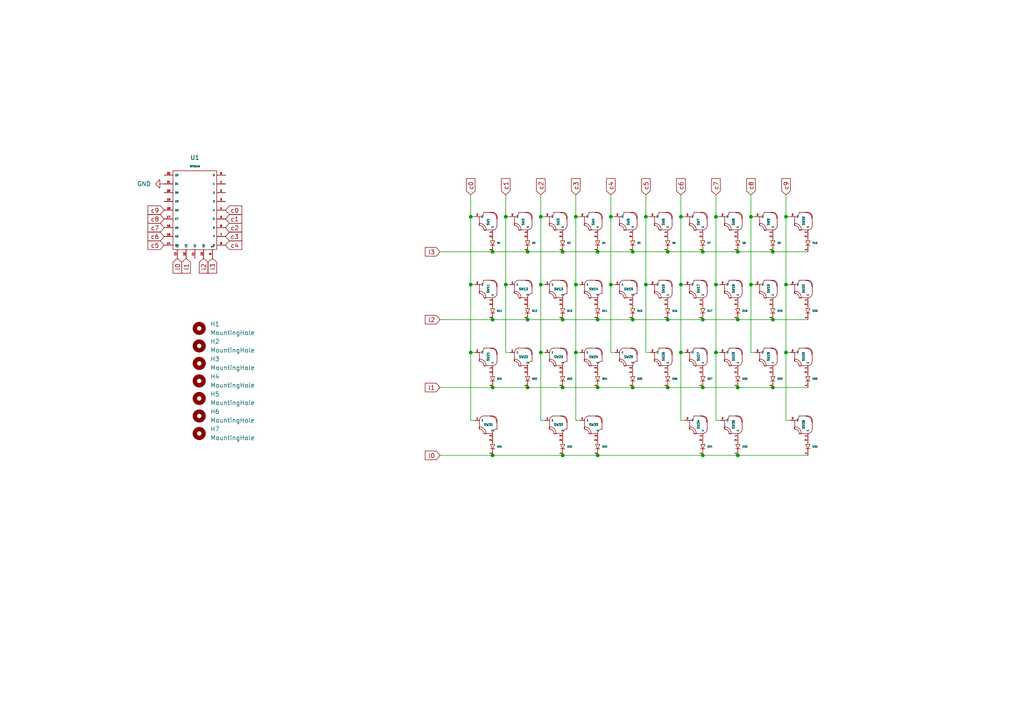
<source format=kicad_sch>
(kicad_sch (version 20211123) (generator eeschema)
  (paper "A4")
  (lib_symbols
    (symbol "Mechanical:MountingHole" (pin_names (offset 1.016))
      (property "Reference" "H" (at 0 5.08 0))
      (property "Value" "MountingHole" (at 0 3.175 0))
      (symbol "MountingHole_0_1"
        (circle (center 0 0) (radius 1.27) (stroke (width 1.27)))
      )
    )
    (symbol "keyb:Diode"
      (property "Reference" "D" (at -0.635 -1.27 0))
      (symbol "Diode_0_1"
        (polyline (pts (xy -1.27 0) (xy -0.635 0)))
        (polyline (pts (xy 0.635 0) (xy 1.27 0)))
        (polyline (pts (xy -0.635 0.635) (xy -0.635 -0.635) (xy -0.635 0)))
        (polyline (pts (xy -0.635 0) (xy 0.635 0.635) (xy 0.635 -0.635) (xy -0.635 0)) (fill (type background)))
      )
      (symbol "Diode_1_1"
        (pin bidirectional line (at -2.54 0 0) (length 1.27) (name "") (number "1"))
        (pin bidirectional line (at 2.54 0 180) (length 1.27) (name "") (number "2"))
      )
    )
    (symbol "keyb:RP2040"
      (property "Reference" "U" (at 0 1.27 0))
      (property "Value" "RP2040" (at 0 -2.54 0))
      (symbol "RP2040_0_1"
        (rectangle (start -6.35 11.43) (end 6.35 -11.43))
      )
      (symbol "RP2040_1_1"
        (pin bidirectional line (at 8.89 10.16 180) (length 2.54) (name "0") (number "0"))
        (pin bidirectional line (at 8.89 7.62 180) (length 2.54) (name "1") (number "1"))
        (pin bidirectional line (at 2.54 -13.97 90) (length 2.54) (name "10") (number "10"))
        (pin bidirectional line (at 0 -13.97 90) (length 2.54) (name "11") (number "11"))
        (pin bidirectional line (at -2.54 -13.97 90) (length 2.54) (name "12") (number "12"))
        (pin bidirectional line (at -5.08 -13.97 90) (length 2.54) (name "13") (number "13"))
        (pin bidirectional line (at -8.89 -10.16 0) (length 2.54) (name "14") (number "14"))
        (pin bidirectional line (at -8.89 -7.62 0) (length 2.54) (name "15") (number "15"))
        (pin bidirectional line (at -8.89 -5.08 0) (length 2.54) (name "16") (number "16"))
        (pin bidirectional line (at -8.89 -2.54 0) (length 2.54) (name "17") (number "17"))
        (pin bidirectional line (at -8.89 0 0) (length 2.54) (name "18") (number "18"))
        (pin bidirectional line (at -8.89 2.54 0) (length 2.54) (name "19") (number "19"))
        (pin bidirectional line (at 8.89 5.08 180) (length 2.54) (name "2") (number "2"))
        (pin bidirectional line (at -8.89 5.08 0) (length 2.54) (name "20") (number "20"))
        (pin bidirectional line (at -8.89 7.62 0) (length 2.54) (name "21") (number "21"))
        (pin bidirectional line (at -8.89 10.16 0) (length 2.54) (name "22") (number "22"))
        (pin bidirectional line (at 8.89 2.54 180) (length 2.54) (name "3") (number "3"))
        (pin bidirectional line (at 8.89 0 180) (length 2.54) (name "4") (number "4"))
        (pin bidirectional line (at 8.89 -2.54 180) (length 2.54) (name "5") (number "5"))
        (pin bidirectional line (at 8.89 -5.08 180) (length 2.54) (name "6") (number "6"))
        (pin bidirectional line (at 8.89 -7.62 180) (length 2.54) (name "7") (number "7"))
        (pin bidirectional line (at 8.89 -10.16 180) (length 2.54) (name "8") (number "8"))
        (pin bidirectional line (at 5.08 -13.97 90) (length 2.54) (name "9") (number "9"))
      )
    )
    (symbol "keyb:key"
      (property "Reference" "SW" (at 0 0 0))
      (symbol "key_0_1"
        (arc (start -2.54 -0.635) (mid -2.6715 -0.9525) (end -2.54 -1.27))
        (arc (start -1.27 -2.54) (mid -1.642 -1.642) (end -2.54 -1.27))
        (arc (start -1.27 -2.54) (mid -0.9525 -2.6715) (end -0.635 -2.54))
        (arc (start -1.27 2.54) (mid -2.168 2.168) (end -2.54 1.27))
        (arc (start -0.635 -2.54) (mid -1.1935 -1.1935) (end -2.54 -0.635))
        (polyline (pts (xy -2.54 -1.27) (xy -2.54 1.27)))
        (polyline (pts (xy -1.27 -2.54) (xy 1.27 -2.54)))
        (polyline (pts (xy 1.27 2.54) (xy -1.27 2.54)))
        (polyline (pts (xy 2.54 -1.27) (xy 2.54 1.27)))
        (arc (start 0.635 2.54) (mid 0.9525 1.7735) (end 1.27 2.54))
        (arc (start 2.54 -1.27) (mid 0.372 -0.372) (end 1.27 -2.54))
        (arc (start 2.54 0.635) (mid 3.887 3.887) (end 0.635 2.54))
        (arc (start 2.54 1.27) (mid 3.438 3.438) (end 1.27 2.54))
        (arc (start 2.54 1.27) (mid 1.7735 0.9525) (end 2.54 0.635))
      )
      (symbol "key_1_1"
        (pin bidirectional line (at -3.81 1.27 0) (length 1.27) (name "1") (number "1"))
        (pin bidirectional line (at 1.27 -3.81 90) (length 1.27) (name "2") (number "2"))
      )
    )
    (symbol "power:GND" (power) (pin_names (offset 0))
      (property "Value" "GND" (at 0 -3.81 0))
      (symbol "GND_0_1"
        (polyline (pts (xy 0 0) (xy 0 -1.27) (xy 1.27 -1.27) (xy 0 -2.54) (xy -1.27 -1.27) (xy 0 -1.27)))
      )
      (symbol "GND_1_1"
        (pin power_in line (at 0 0 270) (length 0) hide (name "GND") (number "1"))
      )
    )
  )
  (junction (at 207.645 102.235))
  (junction (at 213.995 132.08))
  (junction (at 142.875 73.025))
  (junction (at 163.195 92.71))
  (junction (at 203.835 112.395))
  (junction (at 224.155 92.71))
  (junction (at 177.165 82.55))
  (junction (at 224.155 112.395))
  (junction (at 136.525 62.865))
  (junction (at 217.805 62.865))
  (junction (at 183.515 73.025))
  (junction (at 167.005 82.55))
  (junction (at 197.485 82.55))
  (junction (at 136.525 82.55))
  (junction (at 203.835 73.025))
  (junction (at 177.165 62.865))
  (junction (at 183.515 92.71))
  (junction (at 197.485 102.235))
  (junction (at 207.645 62.865))
  (junction (at 167.005 102.235))
  (junction (at 213.995 92.71))
  (junction (at 146.685 82.55))
  (junction (at 146.685 62.865))
  (junction (at 156.845 62.865))
  (junction (at 163.195 112.395))
  (junction (at 207.645 82.55))
  (junction (at 153.035 92.71))
  (junction (at 193.675 73.025))
  (junction (at 227.965 82.55))
  (junction (at 173.355 73.025))
  (junction (at 193.675 112.395))
  (junction (at 183.515 112.395))
  (junction (at 156.845 102.235))
  (junction (at 163.195 73.025))
  (junction (at 173.355 132.08))
  (junction (at 153.035 112.395))
  (junction (at 227.965 62.865))
  (junction (at 173.355 92.71))
  (junction (at 142.875 132.08))
  (junction (at 227.965 102.235))
  (junction (at 203.835 132.08))
  (junction (at 213.995 112.395))
  (junction (at 203.835 92.71))
  (junction (at 187.325 82.55))
  (junction (at 153.035 73.025))
  (junction (at 167.005 62.865))
  (junction (at 213.995 73.025))
  (junction (at 217.805 82.55))
  (junction (at 142.875 112.395))
  (junction (at 224.155 73.025))
  (junction (at 163.195 132.08))
  (junction (at 156.845 82.55))
  (junction (at 173.355 112.395))
  (junction (at 136.525 102.235))
  (junction (at 187.325 62.865))
  (junction (at 142.875 92.71))
  (junction (at 193.675 92.71))
  (junction (at 197.485 62.865))
  (wire (pts (xy 227.965 62.865) (xy 227.965 82.55)))
  (wire (pts (xy 167.005 102.235) (xy 168.275 102.235)))
  (wire (pts (xy 213.995 92.71) (xy 203.835 92.71)))
  (wire (pts (xy 153.035 73.025) (xy 163.195 73.025)))
  (wire (pts (xy 224.155 112.395) (xy 234.315 112.395)))
  (wire (pts (xy 163.195 73.025) (xy 173.355 73.025)))
  (wire (pts (xy 156.845 82.55) (xy 156.845 102.235)))
  (wire (pts (xy 127.635 73.025) (xy 142.875 73.025)))
  (wire (pts (xy 197.485 62.865) (xy 198.755 62.865)))
  (wire (pts (xy 197.485 82.55) (xy 198.755 82.55)))
  (wire (pts (xy 203.835 92.71) (xy 193.675 92.71)))
  (wire (pts (xy 156.845 121.92) (xy 158.115 121.92)))
  (wire (pts (xy 187.325 82.55) (xy 188.595 82.55)))
  (wire (pts (xy 197.485 102.235) (xy 198.755 102.235)))
  (wire (pts (xy 136.525 102.235) (xy 136.525 121.92)))
  (wire (pts (xy 227.965 56.515) (xy 227.965 62.865)))
  (wire (pts (xy 173.355 112.395) (xy 183.515 112.395)))
  (wire (pts (xy 234.315 92.71) (xy 224.155 92.71)))
  (wire (pts (xy 187.325 56.515) (xy 187.325 62.865)))
  (wire (pts (xy 187.325 102.235) (xy 188.595 102.235)))
  (wire (pts (xy 156.845 62.865) (xy 158.115 62.865)))
  (wire (pts (xy 136.525 121.92) (xy 137.795 121.92)))
  (wire (pts (xy 183.515 73.025) (xy 193.675 73.025)))
  (wire (pts (xy 207.645 102.235) (xy 208.915 102.235)))
  (wire (pts (xy 156.845 102.235) (xy 158.115 102.235)))
  (wire (pts (xy 193.675 112.395) (xy 203.835 112.395)))
  (wire (pts (xy 207.645 56.515) (xy 207.645 62.865)))
  (wire (pts (xy 146.685 102.235) (xy 147.955 102.235)))
  (wire (pts (xy 224.155 92.71) (xy 213.995 92.71)))
  (wire (pts (xy 142.875 132.08) (xy 163.195 132.08)))
  (wire (pts (xy 207.645 62.865) (xy 207.645 82.55)))
  (wire (pts (xy 187.325 82.55) (xy 187.325 102.235)))
  (wire (pts (xy 183.515 92.71) (xy 173.355 92.71)))
  (wire (pts (xy 146.685 62.865) (xy 146.685 82.55)))
  (wire (pts (xy 217.805 62.865) (xy 219.075 62.865)))
  (wire (pts (xy 217.805 82.55) (xy 219.075 82.55)))
  (wire (pts (xy 163.195 92.71) (xy 153.035 92.71)))
  (wire (pts (xy 213.995 112.395) (xy 224.155 112.395)))
  (wire (pts (xy 183.515 112.395) (xy 193.675 112.395)))
  (wire (pts (xy 167.005 121.92) (xy 168.275 121.92)))
  (wire (pts (xy 163.195 132.08) (xy 173.355 132.08)))
  (wire (pts (xy 197.485 121.92) (xy 198.755 121.92)))
  (wire (pts (xy 153.035 92.71) (xy 142.875 92.71)))
  (wire (pts (xy 167.005 102.235) (xy 167.005 121.92)))
  (wire (pts (xy 167.005 56.515) (xy 167.005 62.865)))
  (wire (pts (xy 227.965 102.235) (xy 229.235 102.235)))
  (wire (pts (xy 156.845 82.55) (xy 158.115 82.55)))
  (wire (pts (xy 217.805 82.55) (xy 217.805 102.235)))
  (wire (pts (xy 203.835 132.08) (xy 213.995 132.08)))
  (wire (pts (xy 217.805 56.515) (xy 217.805 62.865)))
  (wire (pts (xy 136.525 62.865) (xy 137.795 62.865)))
  (wire (pts (xy 207.645 102.235) (xy 207.645 121.92)))
  (wire (pts (xy 207.645 82.55) (xy 207.645 102.235)))
  (wire (pts (xy 146.685 56.515) (xy 146.685 62.865)))
  (wire (pts (xy 136.525 82.55) (xy 136.525 102.235)))
  (wire (pts (xy 213.995 73.025) (xy 224.155 73.025)))
  (wire (pts (xy 173.355 132.08) (xy 203.835 132.08)))
  (wire (pts (xy 156.845 62.865) (xy 156.845 82.55)))
  (wire (pts (xy 203.835 112.395) (xy 213.995 112.395)))
  (wire (pts (xy 207.645 82.55) (xy 208.915 82.55)))
  (wire (pts (xy 167.005 62.865) (xy 168.275 62.865)))
  (wire (pts (xy 173.355 73.025) (xy 183.515 73.025)))
  (wire (pts (xy 227.965 82.55) (xy 227.965 102.235)))
  (wire (pts (xy 146.685 62.865) (xy 147.955 62.865)))
  (wire (pts (xy 156.845 102.235) (xy 156.845 121.92)))
  (wire (pts (xy 193.675 92.71) (xy 183.515 92.71)))
  (wire (pts (xy 177.165 62.865) (xy 177.165 82.55)))
  (wire (pts (xy 153.035 112.395) (xy 142.875 112.395)))
  (wire (pts (xy 177.165 102.235) (xy 178.435 102.235)))
  (wire (pts (xy 187.325 62.865) (xy 188.595 62.865)))
  (wire (pts (xy 197.485 102.235) (xy 197.485 121.92)))
  (wire (pts (xy 146.685 82.55) (xy 146.685 102.235)))
  (wire (pts (xy 217.805 62.865) (xy 217.805 82.55)))
  (wire (pts (xy 193.675 73.025) (xy 203.835 73.025)))
  (wire (pts (xy 213.995 132.08) (xy 234.315 132.08)))
  (wire (pts (xy 207.645 121.92) (xy 208.915 121.92)))
  (wire (pts (xy 142.875 92.71) (xy 127.635 92.71)))
  (wire (pts (xy 203.835 73.025) (xy 213.995 73.025)))
  (wire (pts (xy 153.035 112.395) (xy 163.195 112.395)))
  (wire (pts (xy 227.965 121.92) (xy 229.235 121.92)))
  (wire (pts (xy 177.165 62.865) (xy 178.435 62.865)))
  (wire (pts (xy 167.005 82.55) (xy 168.275 82.55)))
  (wire (pts (xy 177.165 56.515) (xy 177.165 62.865)))
  (wire (pts (xy 156.845 56.515) (xy 156.845 62.865)))
  (wire (pts (xy 227.965 82.55) (xy 229.235 82.55)))
  (wire (pts (xy 173.355 92.71) (xy 163.195 92.71)))
  (wire (pts (xy 177.165 82.55) (xy 178.435 82.55)))
  (wire (pts (xy 217.805 102.235) (xy 219.075 102.235)))
  (wire (pts (xy 197.485 62.865) (xy 197.485 82.55)))
  (wire (pts (xy 197.485 82.55) (xy 197.485 102.235)))
  (wire (pts (xy 224.155 73.025) (xy 234.315 73.025)))
  (wire (pts (xy 163.195 112.395) (xy 173.355 112.395)))
  (wire (pts (xy 197.485 56.515) (xy 197.485 62.865)))
  (wire (pts (xy 167.005 82.55) (xy 167.005 102.235)))
  (wire (pts (xy 167.005 62.865) (xy 167.005 82.55)))
  (wire (pts (xy 177.165 82.55) (xy 177.165 102.235)))
  (wire (pts (xy 136.525 56.515) (xy 136.525 62.865)))
  (wire (pts (xy 146.685 82.55) (xy 147.955 82.55)))
  (wire (pts (xy 207.645 62.865) (xy 208.915 62.865)))
  (wire (pts (xy 187.325 62.865) (xy 187.325 82.55)))
  (wire (pts (xy 142.875 73.025) (xy 153.035 73.025)))
  (wire (pts (xy 127.635 132.08) (xy 142.875 132.08)))
  (wire (pts (xy 136.525 102.235) (xy 137.795 102.235)))
  (wire (pts (xy 142.875 112.395) (xy 127.635 112.395)))
  (wire (pts (xy 227.965 62.865) (xy 229.235 62.865)))
  (wire (pts (xy 227.965 102.235) (xy 227.965 121.92)))
  (wire (pts (xy 136.525 62.865) (xy 136.525 82.55)))
  (wire (pts (xy 136.525 82.55) (xy 137.795 82.55)))
  (global_label "c6" (shape input) (at 197.485 56.515 90) (property "Références Inter-Feuilles" "${INTERSHEET_REFS}" (effects hide)))
  (global_label "c9" (shape input) (at 227.965 56.515 90) (property "Références Inter-Feuilles" "${INTERSHEET_REFS}" (effects hide)))
  (global_label "c1" (shape input) (at 65.405 63.5 0) (property "Références Inter-Feuilles" "${INTERSHEET_REFS}" (effects hide)))
  (global_label "l2" (shape input) (at 127.635 92.71 180) (property "Références Inter-Feuilles" "${INTERSHEET_REFS}" (effects hide)))
  (global_label "l3" (shape input) (at 61.595 74.93 270) (property "Références Inter-Feuilles" "${INTERSHEET_REFS}" (effects hide)))
  (global_label "c1" (shape input) (at 146.685 56.515 90) (property "Références Inter-Feuilles" "${INTERSHEET_REFS}" (effects hide)))
  (global_label "l1" (shape input) (at 53.975 74.93 270) (property "Références Inter-Feuilles" "${INTERSHEET_REFS}" (effects hide)))
  (global_label "l2" (shape input) (at 59.055 74.93 270) (property "Références Inter-Feuilles" "${INTERSHEET_REFS}" (effects hide)))
  (global_label "c2" (shape input) (at 65.405 66.04 0) (property "Références Inter-Feuilles" "${INTERSHEET_REFS}" (effects hide)))
  (global_label "c0" (shape input) (at 136.525 56.515 90) (property "Références Inter-Feuilles" "${INTERSHEET_REFS}" (effects hide)))
  (global_label "c5" (shape input) (at 187.325 56.515 90) (property "Références Inter-Feuilles" "${INTERSHEET_REFS}" (effects hide)))
  (global_label "c3" (shape input) (at 65.405 68.58 0) (property "Références Inter-Feuilles" "${INTERSHEET_REFS}" (effects hide)))
  (global_label "c3" (shape input) (at 167.005 56.515 90) (property "Références Inter-Feuilles" "${INTERSHEET_REFS}" (effects hide)))
  (global_label "c9" (shape input) (at 47.625 60.96 180) (property "Références Inter-Feuilles" "${INTERSHEET_REFS}" (effects hide)))
  (global_label "c8" (shape input) (at 217.805 56.515 90) (property "Références Inter-Feuilles" "${INTERSHEET_REFS}" (effects hide)))
  (global_label "c0" (shape input) (at 65.405 60.96 0) (property "Références Inter-Feuilles" "${INTERSHEET_REFS}" (effects hide)))
  (global_label "c7" (shape input) (at 207.645 56.515 90) (property "Références Inter-Feuilles" "${INTERSHEET_REFS}" (effects hide)))
  (global_label "l1" (shape input) (at 127.635 112.395 180) (property "Références Inter-Feuilles" "${INTERSHEET_REFS}" (effects hide)))
  (global_label "c4" (shape input) (at 177.165 56.515 90) (property "Références Inter-Feuilles" "${INTERSHEET_REFS}" (effects hide)))
  (global_label "c6" (shape input) (at 47.625 68.58 180) (property "Références Inter-Feuilles" "${INTERSHEET_REFS}" (effects hide)))
  (global_label "c8" (shape input) (at 47.625 63.5 180) (property "Références Inter-Feuilles" "${INTERSHEET_REFS}" (effects hide)))
  (global_label "l3" (shape input) (at 127.635 73.025 180) (property "Références Inter-Feuilles" "${INTERSHEET_REFS}" (effects hide)))
  (global_label "l0" (shape input) (at 127.635 132.08 180) (property "Références Inter-Feuilles" "${INTERSHEET_REFS}" (effects hide)))
  (global_label "c7" (shape input) (at 47.625 66.04 180) (property "Références Inter-Feuilles" "${INTERSHEET_REFS}" (effects hide)))
  (global_label "c2" (shape input) (at 156.845 56.515 90) (property "Références Inter-Feuilles" "${INTERSHEET_REFS}" (effects hide)))
  (global_label "l0" (shape input) (at 51.435 74.93 270) (property "Références Inter-Feuilles" "${INTERSHEET_REFS}" (effects hide)))
  (global_label "c4" (shape input) (at 65.405 71.12 0) (property "Références Inter-Feuilles" "${INTERSHEET_REFS}" (effects hide)))
  (global_label "c5" (shape input) (at 47.625 71.12 180) (property "Références Inter-Feuilles" "${INTERSHEET_REFS}" (effects hide)))
  (symbol (lib_id "Mechanical:MountingHole") (at 57.785 120.65 0) (unit 1)
    (property "Reference" "H6" (at 60.96 119.3799 0) (effects (justify left)))
    (property "Value" "MountingHole" (at 60.96 121.9199 0) (effects (justify left)))
    (property "Footprint" "MountingHole:MountingHole_2.2mm_M2" (effects hide))
  )
  (symbol (lib_id "keyb:key") (at 141.605 64.135 270) (mirror x) (unit 1)
    (property "Reference" "SW1" (at 141.605 65.405 0) (effects (font (size 0.65 0.65)) (justify left)))
    (property "Value" "key" (effects hide))
    (property "Footprint" "keyb-libs:MX-5pin" (effects hide))
  )
  (symbol (lib_id "keyb:key") (at 202.565 103.505 270) (mirror x) (unit 1)
    (property "Reference" "SW27" (at 202.565 104.775 0) (effects (font (size 0.65 0.65)) (justify left)))
    (property "Value" "key" (effects hide))
    (property "Footprint" "keyb-libs:MX-5pin" (effects hide))
  )
  (symbol (lib_id "keyb:Diode") (at 153.035 90.17 90) (unit 1)
    (property "Reference" "D12" (at 154.305 90.17 90) (effects (font (size 0.5 0.5)) (justify right)))
    (property "Value" "Diode" (effects hide))
    (property "Footprint" "keyb-libs:Diode" (effects hide))
  )
  (symbol (lib_id "keyb:Diode") (at 173.355 70.485 90) (unit 1)
    (property "Reference" "D4" (at 174.625 70.485 90) (effects (font (size 0.5 0.5)) (justify right)))
    (property "Value" "Diode" (effects hide))
    (property "Footprint" "keyb-libs:Diode" (effects hide))
  )
  (symbol (lib_id "keyb:Diode") (at 213.995 129.54 90) (unit 1)
    (property "Reference" "D35" (at 215.265 129.54 90) (effects (font (size 0.5 0.5)) (justify right)))
    (property "Value" "Diode" (effects hide))
    (property "Footprint" "keyb-libs:Diode" (effects hide))
  )
  (symbol (lib_id "keyb:Diode") (at 234.315 129.54 90) (unit 1)
    (property "Reference" "D36" (at 235.585 129.54 90) (effects (font (size 0.5 0.5)) (justify right)))
    (property "Value" "Diode" (effects hide))
    (property "Footprint" "keyb-libs:Diode" (effects hide))
  )
  (symbol (lib_id "power:GND") (at 47.625 53.34 270) (unit 1)
    (property "Reference" "#PWR01" (effects hide))
    (property "Value" "GND" (at 43.815 53.3399 90) (effects (justify right)))
  )
  (symbol (lib_id "Mechanical:MountingHole") (at 57.785 125.73 0) (unit 1)
    (property "Reference" "H7" (at 60.96 124.4599 0) (effects (justify left)))
    (property "Value" "MountingHole" (at 60.96 126.9999 0) (effects (justify left)))
    (property "Footprint" "MountingHole:MountingHole_2.2mm_M2" (effects hide))
  )
  (symbol (lib_id "keyb:key") (at 172.085 123.19 0) (unit 1)
    (property "Reference" "SW33" (at 170.815 123.19 0) (effects (font (size 0.65 0.65)) (justify left)))
    (property "Value" "key" (effects hide))
    (property "Footprint" "keyb-libs:MX-5pin_stab" (effects hide))
  )
  (symbol (lib_id "keyb:key") (at 151.765 64.135 270) (mirror x) (unit 1)
    (property "Reference" "SW2" (at 151.765 65.405 0) (effects (font (size 0.65 0.65)) (justify left)))
    (property "Value" "key" (effects hide))
    (property "Footprint" "keyb-libs:MX-5pin" (effects hide))
  )
  (symbol (lib_id "keyb:key") (at 192.405 103.505 270) (mirror x) (unit 1)
    (property "Reference" "SW26" (at 192.405 104.775 0) (effects (font (size 0.65 0.65)) (justify left)))
    (property "Value" "key" (effects hide))
    (property "Footprint" "keyb-libs:MX-5pin" (effects hide))
  )
  (symbol (lib_id "keyb:Diode") (at 173.355 129.54 90) (unit 1)
    (property "Reference" "D33" (at 174.625 129.54 90) (effects (font (size 0.5 0.5)) (justify right)))
    (property "Value" "Diode" (effects hide))
    (property "Footprint" "keyb-libs:Diode" (effects hide))
  )
  (symbol (lib_id "keyb:Diode") (at 183.515 109.855 90) (unit 1)
    (property "Reference" "D25" (at 184.785 109.855 90) (effects (font (size 0.5 0.5)) (justify right)))
    (property "Value" "Diode" (effects hide))
    (property "Footprint" "keyb-libs:Diode" (effects hide))
  )
  (symbol (lib_id "keyb:Diode") (at 203.835 90.17 90) (unit 1)
    (property "Reference" "D17" (at 205.105 90.17 90) (effects (font (size 0.5 0.5)) (justify right)))
    (property "Value" "Diode" (effects hide))
    (property "Footprint" "keyb-libs:Diode" (effects hide))
  )
  (symbol (lib_id "keyb:key") (at 151.765 103.505 0) (unit 1)
    (property "Reference" "SW22" (at 150.495 103.505 0) (effects (font (size 0.65 0.65)) (justify left)))
    (property "Value" "key" (effects hide))
    (property "Footprint" "keyb-libs:MX-5pin" (effects hide))
  )
  (symbol (lib_id "keyb:key") (at 172.085 64.135 270) (mirror x) (unit 1)
    (property "Reference" "SW4" (at 172.085 65.405 0) (effects (font (size 0.65 0.65)) (justify left)))
    (property "Value" "key" (effects hide))
    (property "Footprint" "keyb-libs:MX-5pin" (effects hide))
  )
  (symbol (lib_id "keyb:key") (at 233.045 83.82 270) (mirror x) (unit 1)
    (property "Reference" "SW20" (at 233.045 85.09 0) (effects (font (size 0.65 0.65)) (justify left)))
    (property "Value" "key" (effects hide))
    (property "Footprint" "keyb-libs:MX-5pin" (effects hide))
  )
  (symbol (lib_id "keyb:key") (at 212.725 64.135 270) (mirror x) (unit 1)
    (property "Reference" "SW8" (at 212.725 65.405 0) (effects (font (size 0.65 0.65)) (justify left)))
    (property "Value" "key" (effects hide))
    (property "Footprint" "keyb-libs:MX-5pin" (effects hide))
  )
  (symbol (lib_id "Mechanical:MountingHole") (at 57.785 95.25 0) (unit 1)
    (property "Reference" "H1" (at 60.96 93.9799 0) (effects (justify left)))
    (property "Value" "MountingHole" (at 60.96 96.5199 0) (effects (justify left)))
    (property "Footprint" "MountingHole:MountingHole_2.2mm_M2" (effects hide))
  )
  (symbol (lib_id "keyb:key") (at 202.565 83.82 270) (mirror x) (unit 1)
    (property "Reference" "SW17" (at 202.565 85.09 0) (effects (font (size 0.65 0.65)) (justify left)))
    (property "Value" "key" (effects hide))
    (property "Footprint" "keyb-libs:MX-5pin" (effects hide))
  )
  (symbol (lib_id "keyb:Diode") (at 183.515 70.485 90) (unit 1)
    (property "Reference" "D5" (at 184.785 70.485 90) (effects (font (size 0.5 0.5)) (justify right)))
    (property "Value" "Diode" (effects hide))
    (property "Footprint" "keyb-libs:Diode" (effects hide))
  )
  (symbol (lib_id "keyb:Diode") (at 163.195 109.855 90) (unit 1)
    (property "Reference" "D23" (at 164.465 109.855 90) (effects (font (size 0.5 0.5)) (justify right)))
    (property "Value" "Diode" (effects hide))
    (property "Footprint" "keyb-libs:Diode" (effects hide))
  )
  (symbol (lib_id "keyb:Diode") (at 163.195 90.17 90) (unit 1)
    (property "Reference" "D13" (at 164.465 90.17 90) (effects (font (size 0.5 0.5)) (justify right)))
    (property "Value" "Diode" (effects hide))
    (property "Footprint" "keyb-libs:Diode" (effects hide))
  )
  (symbol (lib_id "keyb:Diode") (at 203.835 109.855 90) (unit 1)
    (property "Reference" "D27" (at 205.105 109.855 90) (effects (font (size 0.5 0.5)) (justify right)))
    (property "Value" "Diode" (effects hide))
    (property "Footprint" "keyb-libs:Diode" (effects hide))
  )
  (symbol (lib_id "keyb:Diode") (at 173.355 90.17 90) (unit 1)
    (property "Reference" "D14" (at 174.625 90.17 90) (effects (font (size 0.5 0.5)) (justify right)))
    (property "Value" "Diode" (effects hide))
    (property "Footprint" "keyb-libs:Diode" (effects hide))
  )
  (symbol (lib_id "Mechanical:MountingHole") (at 57.785 110.49 0) (unit 1)
    (property "Reference" "H4" (at 60.96 109.2199 0) (effects (justify left)))
    (property "Value" "MountingHole" (at 60.96 111.7599 0) (effects (justify left)))
    (property "Footprint" "MountingHole:MountingHole_2.2mm_M2" (effects hide))
  )
  (symbol (lib_id "keyb:key") (at 151.765 83.82 0) (unit 1)
    (property "Reference" "SW12" (at 150.495 83.82 0) (effects (font (size 0.65 0.65)) (justify left)))
    (property "Value" "key" (effects hide))
    (property "Footprint" "keyb-libs:MX-5pin" (effects hide))
  )
  (symbol (lib_id "keyb:key") (at 222.885 83.82 270) (mirror x) (unit 1)
    (property "Reference" "SW19" (at 222.885 85.09 0) (effects (font (size 0.65 0.65)) (justify left)))
    (property "Value" "key" (effects hide))
    (property "Footprint" "keyb-libs:MX-5pin" (effects hide))
  )
  (symbol (lib_id "keyb:key") (at 233.045 103.505 270) (mirror x) (unit 1)
    (property "Reference" "SW30" (at 233.045 104.775 0) (effects (font (size 0.65 0.65)) (justify left)))
    (property "Value" "key" (effects hide))
    (property "Footprint" "keyb-libs:MX-5pin" (effects hide))
  )
  (symbol (lib_id "keyb:key") (at 212.725 103.505 270) (mirror x) (unit 1)
    (property "Reference" "SW28" (at 212.725 104.775 0) (effects (font (size 0.65 0.65)) (justify left)))
    (property "Value" "key" (effects hide))
    (property "Footprint" "keyb-libs:MX-5pin" (effects hide))
  )
  (symbol (lib_id "keyb:key") (at 222.885 103.505 270) (mirror x) (unit 1)
    (property "Reference" "SW29" (at 222.885 104.775 0) (effects (font (size 0.65 0.65)) (justify left)))
    (property "Value" "key" (effects hide))
    (property "Footprint" "keyb-libs:MX-5pin" (effects hide))
  )
  (symbol (lib_id "keyb:key") (at 233.045 123.19 270) (mirror x) (unit 1)
    (property "Reference" "SW36" (at 233.045 124.46 0) (effects (font (size 0.65 0.65)) (justify left)))
    (property "Value" "key" (effects hide))
    (property "Footprint" "keyb-libs:MX-5pin" (effects hide))
  )
  (symbol (lib_id "keyb:key") (at 192.405 64.135 270) (mirror x) (unit 1)
    (property "Reference" "SW6" (at 192.405 65.405 0) (effects (font (size 0.65 0.65)) (justify left)))
    (property "Value" "key" (effects hide))
    (property "Footprint" "keyb-libs:MX-5pin" (effects hide))
  )
  (symbol (lib_id "keyb:Diode") (at 173.355 109.855 90) (unit 1)
    (property "Reference" "D24" (at 174.625 109.855 90) (effects (font (size 0.5 0.5)) (justify right)))
    (property "Value" "Diode" (effects hide))
    (property "Footprint" "keyb-libs:Diode" (effects hide))
  )
  (symbol (lib_id "keyb:Diode") (at 153.035 70.485 90) (unit 1)
    (property "Reference" "D2" (at 154.305 70.485 90) (effects (font (size 0.5 0.5)) (justify right)))
    (property "Value" "Diode" (effects hide))
    (property "Footprint" "keyb-libs:Diode" (effects hide))
  )
  (symbol (lib_id "keyb:key") (at 141.605 83.82 270) (mirror x) (unit 1)
    (property "Reference" "SW11" (at 141.605 85.09 0) (effects (font (size 0.65 0.65)) (justify left)))
    (property "Value" "key" (effects hide))
    (property "Footprint" "keyb-libs:MX-5pin" (effects hide))
  )
  (symbol (lib_id "keyb:Diode") (at 153.035 109.855 90) (unit 1)
    (property "Reference" "D22" (at 154.305 109.855 90) (effects (font (size 0.5 0.5)) (justify right)))
    (property "Value" "Diode" (effects hide))
    (property "Footprint" "keyb-libs:Diode" (effects hide))
  )
  (symbol (lib_id "keyb:Diode") (at 234.315 70.485 90) (unit 1)
    (property "Reference" "D10" (at 235.585 70.485 90) (effects (font (size 0.5 0.5)) (justify right)))
    (property "Value" "Diode" (effects hide))
    (property "Footprint" "keyb-libs:Diode" (effects hide))
  )
  (symbol (lib_id "keyb:key") (at 222.885 64.135 270) (mirror x) (unit 1)
    (property "Reference" "SW9" (at 222.885 65.405 0) (effects (font (size 0.65 0.65)) (justify left)))
    (property "Value" "key" (effects hide))
    (property "Footprint" "keyb-libs:MX-5pin" (effects hide))
  )
  (symbol (lib_id "keyb:Diode") (at 234.315 109.855 90) (unit 1)
    (property "Reference" "D30" (at 235.585 109.855 90) (effects (font (size 0.5 0.5)) (justify right)))
    (property "Value" "Diode" (effects hide))
    (property "Footprint" "keyb-libs:Diode" (effects hide))
  )
  (symbol (lib_id "keyb:key") (at 182.245 83.82 0) (unit 1)
    (property "Reference" "SW15" (at 180.975 83.82 0) (effects (font (size 0.65 0.65)) (justify left)))
    (property "Value" "key" (effects hide))
    (property "Footprint" "keyb-libs:MX-5pin" (effects hide))
  )
  (symbol (lib_id "keyb:key") (at 161.925 64.135 270) (mirror x) (unit 1)
    (property "Reference" "SW3" (at 161.925 65.405 0) (effects (font (size 0.65 0.65)) (justify left)))
    (property "Value" "key" (effects hide))
    (property "Footprint" "keyb-libs:MX-5pin" (effects hide))
  )
  (symbol (lib_id "keyb:key") (at 192.405 83.82 270) (mirror x) (unit 1)
    (property "Reference" "SW16" (at 192.405 85.09 0) (effects (font (size 0.65 0.65)) (justify left)))
    (property "Value" "key" (effects hide))
    (property "Footprint" "keyb-libs:MX-5pin" (effects hide))
  )
  (symbol (lib_id "keyb:Diode") (at 142.875 109.855 90) (unit 1)
    (property "Reference" "D21" (at 144.145 109.855 90) (effects (font (size 0.5 0.5)) (justify right)))
    (property "Value" "Diode" (effects hide))
    (property "Footprint" "keyb-libs:Diode" (effects hide))
  )
  (symbol (lib_id "keyb:Diode") (at 213.995 90.17 90) (unit 1)
    (property "Reference" "D18" (at 215.265 90.17 90) (effects (font (size 0.5 0.5)) (justify right)))
    (property "Value" "Diode" (effects hide))
    (property "Footprint" "keyb-libs:Diode" (effects hide))
  )
  (symbol (lib_id "keyb:Diode") (at 224.155 70.485 90) (unit 1)
    (property "Reference" "D9" (at 225.425 70.485 90) (effects (font (size 0.5 0.5)) (justify right)))
    (property "Value" "Diode" (effects hide))
    (property "Footprint" "keyb-libs:Diode" (effects hide))
  )
  (symbol (lib_id "keyb:key") (at 172.085 83.82 0) (unit 1)
    (property "Reference" "SW14" (at 170.815 83.82 0) (effects (font (size 0.65 0.65)) (justify left)))
    (property "Value" "key" (effects hide))
    (property "Footprint" "keyb-libs:MX-5pin" (effects hide))
  )
  (symbol (lib_id "keyb:Diode") (at 193.675 70.485 90) (unit 1)
    (property "Reference" "D6" (at 194.945 70.485 90) (effects (font (size 0.5 0.5)) (justify right)))
    (property "Value" "Diode" (effects hide))
    (property "Footprint" "keyb-libs:Diode" (effects hide))
  )
  (symbol (lib_id "keyb:Diode") (at 142.875 129.54 90) (unit 1)
    (property "Reference" "D31" (at 144.145 129.54 90) (effects (font (size 0.5 0.5)) (justify right)))
    (property "Value" "Diode" (effects hide))
    (property "Footprint" "keyb-libs:Diode" (effects hide))
  )
  (symbol (lib_id "keyb:Diode") (at 203.835 129.54 90) (unit 1)
    (property "Reference" "D34" (at 205.105 129.54 90) (effects (font (size 0.5 0.5)) (justify right)))
    (property "Value" "Diode" (effects hide))
    (property "Footprint" "keyb-libs:Diode" (effects hide))
  )
  (symbol (lib_id "Mechanical:MountingHole") (at 57.785 115.57 0) (unit 1)
    (property "Reference" "H5" (at 60.96 114.2999 0) (effects (justify left)))
    (property "Value" "MountingHole" (at 60.96 116.8399 0) (effects (justify left)))
    (property "Footprint" "MountingHole:MountingHole_2.2mm_M2" (effects hide))
  )
  (symbol (lib_id "keyb:Diode") (at 163.195 70.485 90) (unit 1)
    (property "Reference" "D3" (at 164.465 70.485 90) (effects (font (size 0.5 0.5)) (justify right)))
    (property "Value" "Diode" (effects hide))
    (property "Footprint" "keyb-libs:Diode" (effects hide))
  )
  (symbol (lib_id "keyb:Diode") (at 183.515 90.17 90) (unit 1)
    (property "Reference" "D15" (at 184.785 90.17 90) (effects (font (size 0.5 0.5)) (justify right)))
    (property "Value" "Diode" (effects hide))
    (property "Footprint" "keyb-libs:Diode" (effects hide))
  )
  (symbol (lib_id "keyb:Diode") (at 142.875 90.17 90) (unit 1)
    (property "Reference" "D11" (at 144.145 90.17 90) (effects (font (size 0.5 0.5)) (justify right)))
    (property "Value" "Diode" (effects hide))
    (property "Footprint" "keyb-libs:Diode" (effects hide))
  )
  (symbol (lib_id "Mechanical:MountingHole") (at 57.785 100.33 0) (unit 1)
    (property "Reference" "H2" (at 60.96 99.0599 0) (effects (justify left)))
    (property "Value" "MountingHole" (at 60.96 101.5999 0) (effects (justify left)))
    (property "Footprint" "MountingHole:MountingHole_2.2mm_M2" (effects hide))
  )
  (symbol (lib_id "keyb:key") (at 202.565 64.135 270) (mirror x) (unit 1)
    (property "Reference" "SW7" (at 202.565 65.405 0) (effects (font (size 0.65 0.65)) (justify left)))
    (property "Value" "key" (effects hide))
    (property "Footprint" "keyb-libs:MX-5pin" (effects hide))
  )
  (symbol (lib_id "keyb:key") (at 212.725 83.82 270) (mirror x) (unit 1)
    (property "Reference" "SW18" (at 212.725 85.09 0) (effects (font (size 0.65 0.65)) (justify left)))
    (property "Value" "key" (effects hide))
    (property "Footprint" "keyb-libs:MX-5pin" (effects hide))
  )
  (symbol (lib_id "keyb:key") (at 182.245 64.135 270) (mirror x) (unit 1)
    (property "Reference" "SW5" (at 182.245 65.405 0) (effects (font (size 0.65 0.65)) (justify left)))
    (property "Value" "key" (effects hide))
    (property "Footprint" "keyb-libs:MX-5pin" (effects hide))
  )
  (symbol (lib_id "keyb:key") (at 212.725 123.19 270) (mirror x) (unit 1)
    (property "Reference" "SW35" (at 212.725 124.46 0) (effects (font (size 0.65 0.65)) (justify left)))
    (property "Value" "key" (effects hide))
    (property "Footprint" "keyb-libs:MX-5pin" (effects hide))
  )
  (symbol (lib_id "keyb:RP2040") (at 56.515 60.96 0) (unit 1)
    (property "Reference" "U1" (at 56.515 45.72 0))
    (property "Value" "RP2040" (at 56.515 48.26 0) (effects (font (size 0.5 0.5))))
    (property "Footprint" "keyb-libs:RP2040" (effects hide))
  )
  (symbol (lib_id "keyb:Diode") (at 193.675 90.17 90) (unit 1)
    (property "Reference" "D16" (at 194.945 90.17 90) (effects (font (size 0.5 0.5)) (justify right)))
    (property "Value" "Diode" (effects hide))
    (property "Footprint" "keyb-libs:Diode" (effects hide))
  )
  (symbol (lib_id "keyb:Diode") (at 163.195 129.54 90) (unit 1)
    (property "Reference" "D32" (at 164.465 129.54 90) (effects (font (size 0.5 0.5)) (justify right)))
    (property "Value" "Diode" (effects hide))
    (property "Footprint" "keyb-libs:Diode" (effects hide))
  )
  (symbol (lib_id "keyb:Diode") (at 234.315 90.17 90) (unit 1)
    (property "Reference" "D20" (at 235.585 90.17 90) (effects (font (size 0.5 0.5)) (justify right)))
    (property "Value" "Diode" (effects hide))
    (property "Footprint" "keyb-libs:Diode" (effects hide))
  )
  (symbol (lib_id "keyb:key") (at 172.085 103.505 0) (unit 1)
    (property "Reference" "SW24" (at 170.815 103.505 0) (effects (font (size 0.65 0.65)) (justify left)))
    (property "Value" "key" (effects hide))
    (property "Footprint" "keyb-libs:MX-5pin" (effects hide))
  )
  (symbol (lib_id "keyb:key") (at 141.605 103.505 270) (mirror x) (unit 1)
    (property "Reference" "SW21" (at 141.605 104.775 0) (effects (font (size 0.65 0.65)) (justify left)))
    (property "Value" "key" (effects hide))
    (property "Footprint" "keyb-libs:MX-5pin" (effects hide))
  )
  (symbol (lib_id "keyb:Diode") (at 224.155 109.855 90) (unit 1)
    (property "Reference" "D29" (at 225.425 109.855 90) (effects (font (size 0.5 0.5)) (justify right)))
    (property "Value" "Diode" (effects hide))
    (property "Footprint" "keyb-libs:Diode" (effects hide))
  )
  (symbol (lib_id "keyb:key") (at 161.925 103.505 0) (unit 1)
    (property "Reference" "SW23" (at 160.655 103.505 0) (effects (font (size 0.65 0.65)) (justify left)))
    (property "Value" "key" (effects hide))
    (property "Footprint" "keyb-libs:MX-5pin" (effects hide))
  )
  (symbol (lib_id "Mechanical:MountingHole") (at 57.785 105.41 0) (unit 1)
    (property "Reference" "H3" (at 60.96 104.1399 0) (effects (justify left)))
    (property "Value" "MountingHole" (at 60.96 106.6799 0) (effects (justify left)))
    (property "Footprint" "MountingHole:MountingHole_2.2mm_M2" (effects hide))
  )
  (symbol (lib_id "keyb:Diode") (at 193.675 109.855 90) (unit 1)
    (property "Reference" "D26" (at 194.945 109.855 90) (effects (font (size 0.5 0.5)) (justify right)))
    (property "Value" "Diode" (effects hide))
    (property "Footprint" "keyb-libs:Diode" (effects hide))
  )
  (symbol (lib_id "keyb:key") (at 182.245 103.505 0) (unit 1)
    (property "Reference" "SW25" (at 180.975 103.505 0) (effects (font (size 0.65 0.65)) (justify left)))
    (property "Value" "key" (effects hide))
    (property "Footprint" "keyb-libs:MX-5pin" (effects hide))
  )
  (symbol (lib_id "keyb:Diode") (at 213.995 70.485 90) (unit 1)
    (property "Reference" "D8" (at 215.265 70.485 90) (effects (font (size 0.5 0.5)) (justify right)))
    (property "Value" "Diode" (effects hide))
    (property "Footprint" "keyb-libs:Diode" (effects hide))
  )
  (symbol (lib_id "keyb:key") (at 161.925 83.82 0) (unit 1)
    (property "Reference" "SW13" (at 160.655 83.82 0) (effects (font (size 0.65 0.65)) (justify left)))
    (property "Value" "key" (effects hide))
    (property "Footprint" "keyb-libs:MX-5pin" (effects hide))
  )
  (symbol (lib_id "keyb:key") (at 233.045 64.135 270) (mirror x) (unit 1)
    (property "Reference" "SW10" (at 233.045 65.405 0) (effects (font (size 0.65 0.65)) (justify left)))
    (property "Value" "key" (effects hide))
    (property "Footprint" "keyb-libs:MX-5pin" (effects hide))
  )
  (symbol (lib_id "keyb:Diode") (at 142.875 70.485 90) (unit 1)
    (property "Reference" "D1" (at 144.145 70.485 90) (effects (font (size 0.5 0.5)) (justify right)))
    (property "Value" "Diode" (effects hide))
    (property "Footprint" "keyb-libs:Diode" (effects hide))
  )
  (symbol (lib_id "keyb:key") (at 141.605 123.19 0) (unit 1)
    (property "Reference" "SW31" (at 140.335 123.19 0) (effects (font (size 0.65 0.65)) (justify left)))
    (property "Value" "key" (effects hide))
    (property "Footprint" "keyb-libs:MX-5pin" (effects hide))
  )
  (symbol (lib_id "keyb:key") (at 202.565 123.19 270) (mirror x) (unit 1)
    (property "Reference" "SW34" (at 202.565 124.46 0) (effects (font (size 0.65 0.65)) (justify left)))
    (property "Value" "key" (effects hide))
    (property "Footprint" "keyb-libs:MX-5pin_stab" (effects hide))
  )
  (symbol (lib_id "keyb:Diode") (at 224.155 90.17 90) (unit 1)
    (property "Reference" "D19" (at 225.425 90.17 90) (effects (font (size 0.5 0.5)) (justify right)))
    (property "Value" "Diode" (effects hide))
    (property "Footprint" "keyb-libs:Diode" (effects hide))
  )
  (symbol (lib_id "keyb:Diode") (at 203.835 70.485 90) (unit 1)
    (property "Reference" "D7" (at 205.105 70.485 90) (effects (font (size 0.5 0.5)) (justify right)))
    (property "Value" "Diode" (effects hide))
    (property "Footprint" "keyb-libs:Diode" (effects hide))
  )
  (symbol (lib_id "keyb:Diode") (at 213.995 109.855 90) (unit 1)
    (property "Reference" "D28" (at 215.265 109.855 90) (effects (font (size 0.5 0.5)) (justify right)))
    (property "Value" "Diode" (effects hide))
    (property "Footprint" "keyb-libs:Diode" (effects hide))
  )
  (symbol (lib_id "keyb:key") (at 161.925 123.19 0) (unit 1)
    (property "Reference" "SW32" (at 160.655 123.19 0) (effects (font (size 0.65 0.65)) (justify left)))
    (property "Value" "key" (effects hide))
    (property "Footprint" "keyb-libs:MX-5pin" (effects hide))
  )
)
</source>
